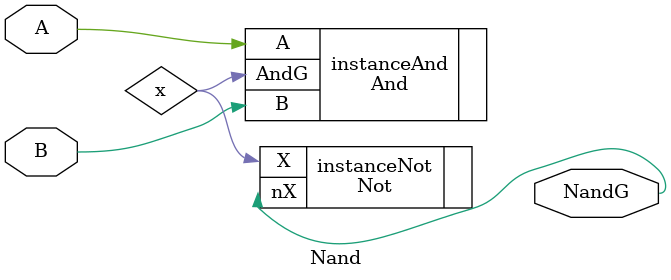
<source format=v>
module Nand( input A, B, output NandG);
    wire x;
    And instanceAnd(.A(A), .B(B), .AndG(x));
    Not instanceNot(.X(x), .nX(NandG));
    endmodule

</source>
